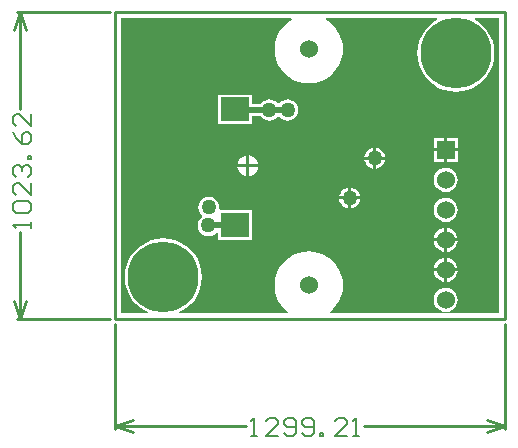
<source format=gtl>
G04*
G04 #@! TF.GenerationSoftware,Altium Limited,CircuitStudio,1.5.2 (1.5.2.30)*
G04*
G04 Layer_Physical_Order=1*
G04 Layer_Color=11767835*
%FSLAX44Y44*%
%MOMM*%
G71*
G01*
G75*
%ADD10R,2.4000X2.0000*%
%ADD11C,0.5000*%
%ADD12C,0.2540*%
%ADD13C,0.1524*%
%ADD14C,1.5240*%
%ADD15C,6.0000*%
%ADD16R,1.5240X1.5240*%
%ADD17C,1.2700*%
G36*
X665000Y265000D02*
X620218D01*
X620147Y266081D01*
X620138Y266208D01*
X620136Y266250D01*
X621039Y266389D01*
X621063Y266392D01*
X621063D01*
X622652Y266602D01*
X625124Y267625D01*
X627246Y269254D01*
X628875Y271376D01*
X629898Y273848D01*
X630248Y276500D01*
X629898Y279152D01*
X628875Y281624D01*
X627246Y283746D01*
X625124Y285375D01*
X622652Y286399D01*
X620000Y286748D01*
X617348Y286399D01*
X614876Y285375D01*
X612754Y283746D01*
X611125Y281624D01*
X610102Y279152D01*
X609752Y276500D01*
X610102Y273848D01*
X611125Y271376D01*
X612754Y269254D01*
X614876Y267625D01*
X617348Y266602D01*
X618937Y266392D01*
X618937D01*
X618961Y266389D01*
X619864Y266250D01*
X619862Y266208D01*
X619853Y266081D01*
X619782Y265000D01*
X522643D01*
X522174Y266270D01*
X524625Y268363D01*
X527570Y271811D01*
X529939Y275678D01*
X531675Y279867D01*
X532733Y284277D01*
X533089Y288798D01*
X532733Y293319D01*
X531675Y297728D01*
X529939Y301918D01*
X527570Y305784D01*
X524625Y309232D01*
X521176Y312178D01*
X517310Y314547D01*
X513120Y316282D01*
X508711Y317341D01*
X504190Y317697D01*
X499669Y317341D01*
X495260Y316282D01*
X491070Y314547D01*
X487203Y312178D01*
X483755Y309232D01*
X480810Y305784D01*
X478441Y301918D01*
X476705Y297728D01*
X475647Y293319D01*
X475291Y288798D01*
X475647Y284277D01*
X476705Y279867D01*
X478441Y275678D01*
X480810Y271811D01*
X483755Y268363D01*
X486206Y266270D01*
X485737Y265000D01*
X394663D01*
X394415Y266246D01*
X395818Y266827D01*
X400186Y269503D01*
X404080Y272830D01*
X407407Y276724D01*
X410083Y281091D01*
X412043Y285823D01*
X413239Y290804D01*
X413641Y295910D01*
X413239Y301016D01*
X412043Y305996D01*
X410083Y310728D01*
X407407Y315096D01*
X404080Y318990D01*
X400186Y322317D01*
X395818Y324993D01*
X391087Y326953D01*
X386106Y328149D01*
X381000Y328551D01*
X375894Y328149D01*
X370914Y326953D01*
X366181Y324993D01*
X361814Y322317D01*
X357920Y318990D01*
X354593Y315096D01*
X351917Y310728D01*
X349957Y305996D01*
X348761Y301016D01*
X348359Y295910D01*
X348761Y290804D01*
X349957Y285823D01*
X351917Y281091D01*
X354593Y276724D01*
X357920Y272830D01*
X361814Y269503D01*
X366181Y266827D01*
X367585Y266246D01*
X367337Y265000D01*
X345000D01*
Y515000D01*
X489379D01*
X489737Y513730D01*
X487203Y512178D01*
X483755Y509232D01*
X480810Y505784D01*
X478441Y501918D01*
X476705Y497728D01*
X475647Y493318D01*
X475291Y488798D01*
X475647Y484277D01*
X476705Y479867D01*
X478441Y475678D01*
X480810Y471811D01*
X483755Y468363D01*
X487203Y465418D01*
X491070Y463048D01*
X495260Y461313D01*
X499669Y460254D01*
X504190Y459899D01*
X508711Y460254D01*
X513120Y461313D01*
X517310Y463048D01*
X521176Y465418D01*
X524625Y468363D01*
X527570Y471811D01*
X529939Y475678D01*
X531675Y479867D01*
X532733Y484277D01*
X533089Y488798D01*
X532733Y493318D01*
X531675Y497728D01*
X529939Y501918D01*
X527570Y505784D01*
X524625Y509232D01*
X521176Y512178D01*
X518643Y513730D01*
X519001Y515000D01*
X612379D01*
X612737Y513730D01*
X609464Y511725D01*
X605570Y508398D01*
X602243Y504503D01*
X599567Y500136D01*
X597607Y495404D01*
X596411Y490424D01*
X596009Y485318D01*
X596411Y480211D01*
X597607Y475231D01*
X599567Y470499D01*
X602243Y466132D01*
X605570Y462237D01*
X609464Y458911D01*
X613831Y456235D01*
X618563Y454275D01*
X623544Y453079D01*
X628650Y452677D01*
X633756Y453079D01*
X638736Y454275D01*
X643468Y456235D01*
X647836Y458911D01*
X651730Y462237D01*
X655057Y466132D01*
X657733Y470499D01*
X659693Y475231D01*
X660889Y480211D01*
X661291Y485318D01*
X660889Y490424D01*
X659693Y495404D01*
X657733Y500136D01*
X655057Y504503D01*
X651730Y508398D01*
X647836Y511725D01*
X644563Y513730D01*
X644921Y515000D01*
X665000D01*
Y265000D01*
D02*
G37*
%LPC*%
G36*
X620000Y362948D02*
X617348Y362598D01*
X614876Y361575D01*
X612754Y359946D01*
X611125Y357824D01*
X610102Y355352D01*
X609752Y352700D01*
X610102Y350048D01*
X611125Y347576D01*
X612754Y345454D01*
X614876Y343825D01*
X617348Y342802D01*
X620000Y342452D01*
X622652Y342802D01*
X625124Y343825D01*
X627246Y345454D01*
X628875Y347576D01*
X629898Y350048D01*
X630248Y352700D01*
X629898Y355352D01*
X628875Y357824D01*
X627246Y359946D01*
X625124Y361575D01*
X622652Y362598D01*
X620000Y362948D01*
D02*
G37*
G36*
X621270Y337380D02*
Y328570D01*
X630080D01*
X629898Y329952D01*
X628875Y332424D01*
X627246Y334546D01*
X625124Y336175D01*
X622652Y337198D01*
X621270Y337380D01*
D02*
G37*
G36*
X618730Y337380D02*
X617348Y337198D01*
X614876Y336175D01*
X612754Y334546D01*
X611125Y332424D01*
X610102Y329952D01*
X609920Y328570D01*
X618730D01*
Y337380D01*
D02*
G37*
G36*
X537480Y361480D02*
X529950D01*
X530089Y360429D01*
X530985Y358267D01*
X532410Y356410D01*
X534267Y354985D01*
X536429Y354089D01*
X537480Y353951D01*
Y361480D01*
D02*
G37*
G36*
X540020Y371549D02*
Y364020D01*
X547550D01*
X547411Y365071D01*
X546515Y367233D01*
X545090Y369090D01*
X543233Y370515D01*
X541071Y371411D01*
X540020Y371549D01*
D02*
G37*
G36*
X537480D02*
X536429Y371411D01*
X534267Y370515D01*
X532410Y369090D01*
X530985Y367233D01*
X530089Y365071D01*
X529950Y364020D01*
X537480D01*
Y371549D01*
D02*
G37*
G36*
X547550Y361480D02*
X540020D01*
Y353951D01*
X541071Y354089D01*
X543233Y354985D01*
X545090Y356410D01*
X546515Y358267D01*
X547411Y360429D01*
X547550Y361480D01*
D02*
G37*
G36*
X618730Y311980D02*
X617348Y311798D01*
X614876Y310775D01*
X612754Y309146D01*
X611125Y307024D01*
X610102Y304552D01*
X609920Y303170D01*
X618730D01*
Y311980D01*
D02*
G37*
G36*
Y300630D02*
X609920D01*
X610102Y299248D01*
X611125Y296776D01*
X612754Y294654D01*
X614876Y293025D01*
X617348Y292001D01*
X618730Y291819D01*
Y300630D01*
D02*
G37*
G36*
X630080D02*
X621270D01*
Y291819D01*
X622652Y292001D01*
X625124Y293025D01*
X627246Y294654D01*
X628875Y296776D01*
X629898Y299248D01*
X630080Y300630D01*
D02*
G37*
G36*
X621270Y311980D02*
Y303170D01*
X630080D01*
X629898Y304552D01*
X628875Y307024D01*
X627246Y309146D01*
X625124Y310775D01*
X622652Y311798D01*
X621270Y311980D01*
D02*
G37*
G36*
X419500Y363717D02*
X417179Y363411D01*
X415017Y362515D01*
X413160Y361090D01*
X411735Y359233D01*
X410839Y357071D01*
X410533Y354750D01*
X410839Y352429D01*
X411735Y350267D01*
X413160Y348410D01*
X413540Y348117D01*
Y346516D01*
X412660Y345840D01*
X411235Y343983D01*
X410339Y341821D01*
X410033Y339500D01*
X410339Y337179D01*
X411235Y335017D01*
X412660Y333160D01*
X414517Y331735D01*
X416679Y330839D01*
X419000Y330533D01*
X421321Y330839D01*
X423483Y331735D01*
X425340Y333160D01*
X425880Y333863D01*
X427150Y333432D01*
Y327258D01*
X456230D01*
Y352338D01*
X429430D01*
X428316Y353608D01*
X428467Y354750D01*
X428161Y357071D01*
X427265Y359233D01*
X425840Y361090D01*
X423983Y362515D01*
X421821Y363411D01*
X419500Y363717D01*
D02*
G37*
G36*
X618730Y326030D02*
X609920D01*
X610102Y324648D01*
X611125Y322176D01*
X612754Y320054D01*
X614876Y318425D01*
X617348Y317402D01*
X618730Y317220D01*
Y326030D01*
D02*
G37*
G36*
X630080D02*
X621270D01*
Y317220D01*
X622652Y317402D01*
X625124Y318425D01*
X627246Y320054D01*
X628875Y322176D01*
X629898Y324648D01*
X630080Y326030D01*
D02*
G37*
G36*
X558730Y405299D02*
X557679Y405161D01*
X555517Y404265D01*
X553660Y402840D01*
X552235Y400983D01*
X551339Y398821D01*
X551200Y397770D01*
X558730D01*
Y405299D01*
D02*
G37*
G36*
X630160Y402230D02*
X621270D01*
Y393340D01*
X630160D01*
Y402230D01*
D02*
G37*
G36*
X618730D02*
X609840D01*
Y393340D01*
X618730D01*
Y402230D01*
D02*
G37*
G36*
X561270Y405299D02*
Y397770D01*
X568800D01*
X568661Y398821D01*
X567765Y400983D01*
X566340Y402840D01*
X564483Y404265D01*
X562321Y405161D01*
X561270Y405299D01*
D02*
G37*
G36*
X456230Y450338D02*
X427150D01*
Y425258D01*
X456230D01*
Y432111D01*
X463488D01*
X464410Y430910D01*
X466267Y429485D01*
X468429Y428589D01*
X470750Y428283D01*
X473071Y428589D01*
X475233Y429485D01*
X477090Y430910D01*
X477835Y431880D01*
X479165D01*
X479910Y430910D01*
X481767Y429485D01*
X483929Y428589D01*
X486250Y428283D01*
X488571Y428589D01*
X490733Y429485D01*
X492590Y430910D01*
X494015Y432767D01*
X494911Y434929D01*
X495217Y437250D01*
X494911Y439571D01*
X494015Y441733D01*
X492590Y443590D01*
X490733Y445015D01*
X488571Y445911D01*
X486250Y446217D01*
X483929Y445911D01*
X481767Y445015D01*
X479910Y443590D01*
X479165Y442620D01*
X477835D01*
X477090Y443590D01*
X475233Y445015D01*
X473071Y445911D01*
X470750Y446217D01*
X468429Y445911D01*
X466267Y445015D01*
X464410Y443590D01*
X463488Y442389D01*
X456230D01*
Y450338D01*
D02*
G37*
G36*
X630160Y413660D02*
X621270D01*
Y404770D01*
X630160D01*
Y413660D01*
D02*
G37*
G36*
X618730D02*
X609840D01*
Y404770D01*
X618730D01*
Y413660D01*
D02*
G37*
G36*
X461300Y388730D02*
X453770D01*
Y381200D01*
X454821Y381339D01*
X456983Y382235D01*
X458840Y383660D01*
X460265Y385517D01*
X461161Y387679D01*
X461300Y388730D01*
D02*
G37*
G36*
X451230D02*
X443700D01*
X443839Y387679D01*
X444735Y385517D01*
X446160Y383660D01*
X448017Y382235D01*
X450179Y381339D01*
X451230Y381200D01*
Y388730D01*
D02*
G37*
G36*
X620000Y388348D02*
X617348Y387999D01*
X614876Y386975D01*
X612754Y385346D01*
X611125Y383224D01*
X610102Y380752D01*
X609752Y378100D01*
X610102Y375448D01*
X611125Y372976D01*
X612754Y370854D01*
X614876Y369225D01*
X617348Y368201D01*
X620000Y367852D01*
X622652Y368201D01*
X625124Y369225D01*
X627246Y370854D01*
X628875Y372976D01*
X629898Y375448D01*
X630248Y378100D01*
X629898Y380752D01*
X628875Y383224D01*
X627246Y385346D01*
X625124Y386975D01*
X622652Y387999D01*
X620000Y388348D01*
D02*
G37*
G36*
X558730Y395230D02*
X551200D01*
X551339Y394179D01*
X552235Y392017D01*
X553660Y390160D01*
X555517Y388735D01*
X557679Y387839D01*
X558730Y387701D01*
Y395230D01*
D02*
G37*
G36*
X453770Y398800D02*
Y391270D01*
X461300D01*
X461161Y392321D01*
X460265Y394483D01*
X458840Y396340D01*
X456983Y397765D01*
X454821Y398661D01*
X453770Y398800D01*
D02*
G37*
G36*
X451230D02*
X450179Y398661D01*
X448017Y397765D01*
X446160Y396340D01*
X444735Y394483D01*
X443839Y392321D01*
X443700Y391270D01*
X451230D01*
Y398800D01*
D02*
G37*
G36*
X568800Y395230D02*
X561270D01*
Y387701D01*
X562321Y387839D01*
X564483Y388735D01*
X566340Y390160D01*
X567765Y392017D01*
X568661Y394179D01*
X568800Y395230D01*
D02*
G37*
%LPD*%
D10*
X441690Y339798D02*
D03*
Y437798D02*
D03*
D11*
X419000Y339500D02*
X441392D01*
X441690Y437798D02*
X442142Y438250D01*
X443142Y437250D01*
X486250D01*
D12*
X441392Y339500D02*
X441690Y339798D01*
X670000Y167460D02*
Y256190D01*
X340000Y167460D02*
Y256190D01*
X550705Y170000D02*
X670000D01*
X340000D02*
X451167D01*
X654760Y175080D02*
X670000Y170000D01*
X654760Y164920D02*
X670000Y170000D01*
X340000D02*
X355240Y164920D01*
X340000Y170000D02*
X355240Y175080D01*
X257460Y260000D02*
X336190D01*
X257460Y520000D02*
X336190D01*
X260000Y260000D02*
Y333628D01*
Y438244D02*
Y520000D01*
Y260000D02*
X265080Y275240D01*
X254920D02*
X260000Y260000D01*
X254920Y504760D02*
X260000Y520000D01*
X265080Y504760D01*
X340000Y260000D02*
Y520000D01*
X670000D01*
Y260000D02*
Y520000D01*
X340000Y260000D02*
X670000D01*
D13*
X455231Y160858D02*
X460309D01*
X457770D01*
Y176094D01*
X455231Y173554D01*
X478083Y160858D02*
X467927D01*
X478083Y171015D01*
Y173554D01*
X475544Y176094D01*
X470466D01*
X467927Y173554D01*
X483162Y163398D02*
X485701Y160858D01*
X490779D01*
X493318Y163398D01*
Y173554D01*
X490779Y176094D01*
X485701D01*
X483162Y173554D01*
Y171015D01*
X485701Y168476D01*
X493318D01*
X498397Y163398D02*
X500936Y160858D01*
X506014D01*
X508554Y163398D01*
Y173554D01*
X506014Y176094D01*
X500936D01*
X498397Y173554D01*
Y171015D01*
X500936Y168476D01*
X508554D01*
X513632Y160858D02*
Y163398D01*
X516171D01*
Y160858D01*
X513632D01*
X536484D02*
X526328D01*
X536484Y171015D01*
Y173554D01*
X533945Y176094D01*
X528867D01*
X526328Y173554D01*
X541563Y160858D02*
X546641D01*
X544102D01*
Y176094D01*
X541563Y173554D01*
X269142Y337692D02*
Y342770D01*
Y340231D01*
X253906D01*
X256446Y337692D01*
Y350387D02*
X253906Y352927D01*
Y358005D01*
X256446Y360544D01*
X266602D01*
X269142Y358005D01*
Y352927D01*
X266602Y350387D01*
X256446D01*
X269142Y375779D02*
Y365623D01*
X258985Y375779D01*
X256446D01*
X253906Y373240D01*
Y368162D01*
X256446Y365623D01*
Y380858D02*
X253906Y383397D01*
Y388475D01*
X256446Y391014D01*
X258985D01*
X261524Y388475D01*
Y385936D01*
Y388475D01*
X264063Y391014D01*
X266602D01*
X269142Y388475D01*
Y383397D01*
X266602Y380858D01*
X269142Y396093D02*
X266602D01*
Y398632D01*
X269142D01*
Y396093D01*
X253906Y418945D02*
X256446Y413867D01*
X261524Y408789D01*
X266602D01*
X269142Y411328D01*
Y416406D01*
X266602Y418945D01*
X264063D01*
X261524Y416406D01*
Y408789D01*
X269142Y434180D02*
Y424024D01*
X258985Y434180D01*
X256446D01*
X253906Y431641D01*
Y426563D01*
X256446Y424024D01*
D14*
X504190Y288798D02*
D03*
Y488798D02*
D03*
X620000Y276500D02*
D03*
Y301900D02*
D03*
Y327300D02*
D03*
Y352700D02*
D03*
Y378100D02*
D03*
D15*
X381000Y295910D02*
D03*
X628650Y485318D02*
D03*
D16*
X620000Y403500D02*
D03*
D17*
X455000Y375000D02*
D03*
X419000Y339500D02*
D03*
X560000Y396500D02*
D03*
X538750Y362750D02*
D03*
X419500Y354750D02*
D03*
X486250Y437250D02*
D03*
X470750D02*
D03*
M02*

</source>
